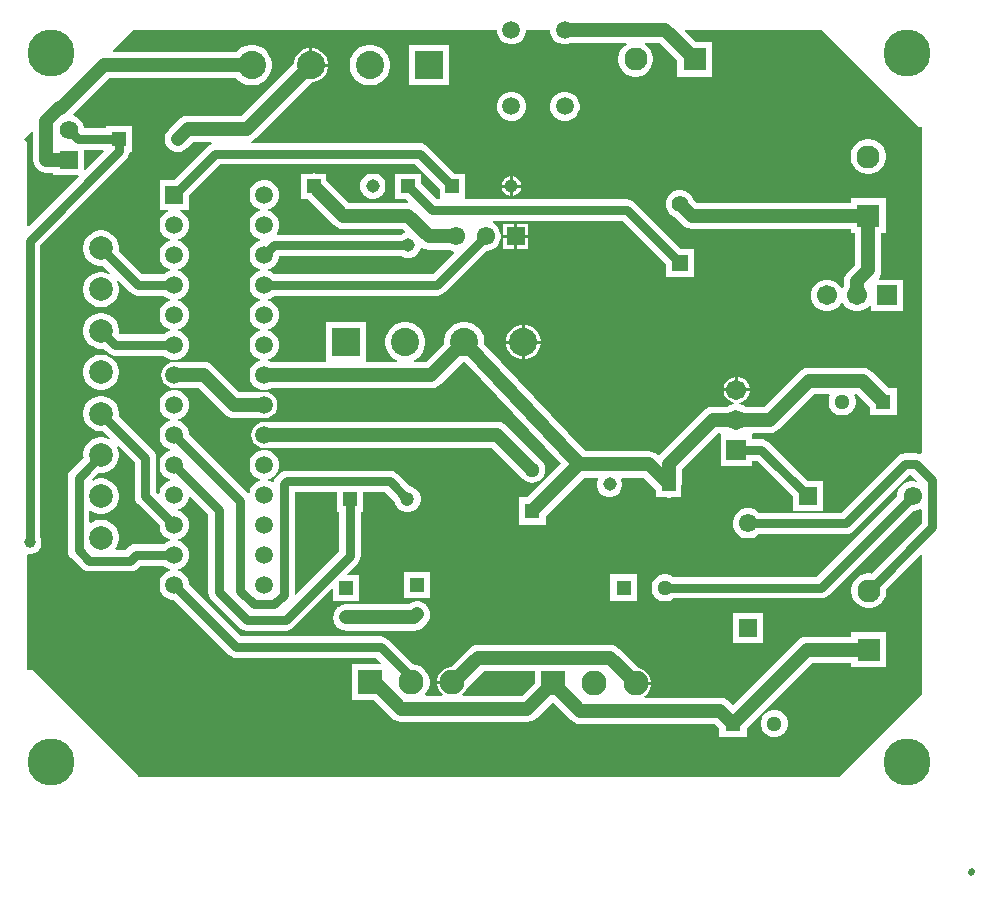
<source format=gbl>
G04*
G04 #@! TF.GenerationSoftware,Altium Limited,Altium Designer,22.4.2 (48)*
G04*
G04 Layer_Physical_Order=2*
G04 Layer_Color=16711680*
%FSLAX23Y23*%
%MOIN*%
G70*
G04*
G04 #@! TF.SameCoordinates,3F3D87A5-55CA-4D91-88C0-6D81586DF976*
G04*
G04*
G04 #@! TF.FilePolarity,Positive*
G04*
G01*
G75*
%ADD18R,0.045X0.045*%
%ADD19C,0.045*%
%ADD20R,0.051X0.051*%
%ADD21C,0.051*%
%ADD22R,0.061X0.061*%
%ADD23C,0.061*%
%ADD30R,0.051X0.051*%
%ADD33R,0.061X0.061*%
%ADD40R,0.055X0.055*%
%ADD41C,0.055*%
%ADD44R,0.045X0.045*%
%ADD46R,0.062X0.062*%
%ADD47C,0.062*%
%ADD48C,0.047*%
%ADD49R,0.047X0.047*%
%ADD52C,0.047*%
%ADD53C,0.031*%
%ADD54C,0.020*%
%ADD55C,0.094*%
%ADD56R,0.094X0.094*%
%ADD57C,0.059*%
%ADD58R,0.059X0.059*%
%ADD59C,0.083*%
%ADD60R,0.083X0.083*%
%ADD61R,0.047X0.047*%
%ADD62R,0.077X0.077*%
%ADD63C,0.077*%
%ADD64C,0.067*%
%ADD65R,0.067X0.067*%
%ADD66R,0.067X0.067*%
%ADD67R,0.077X0.077*%
%ADD68C,0.079*%
%ADD69C,0.157*%
%ADD70C,0.039*%
G36*
X3091Y2313D02*
X3100D01*
Y1226D01*
X3095Y1223D01*
X3089Y1225D01*
X3080Y1227D01*
X3045D01*
X3036Y1225D01*
X3027Y1222D01*
X3020Y1216D01*
X2831Y1027D01*
X2555D01*
X2551Y1032D01*
X2539Y1039D01*
X2526Y1042D01*
X2513D01*
X2500Y1039D01*
X2489Y1032D01*
X2480Y1023D01*
X2473Y1011D01*
X2469Y998D01*
Y985D01*
X2473Y972D01*
X2480Y961D01*
X2489Y952D01*
X2500Y945D01*
X2513Y942D01*
X2526D01*
X2539Y945D01*
X2551Y952D01*
X2555Y956D01*
X2846D01*
X2855Y957D01*
X2864Y961D01*
X2871Y966D01*
X3060Y1155D01*
X3065D01*
X3085Y1135D01*
X3082Y1131D01*
X3075Y1133D01*
X3062D01*
X3049Y1129D01*
X3038Y1123D01*
X3028Y1113D01*
X3022Y1102D01*
X3018Y1089D01*
Y1083D01*
X2749Y813D01*
X2272D01*
X2272Y814D01*
X2262Y820D01*
X2250Y823D01*
X2238D01*
X2227Y820D01*
X2216Y814D01*
X2208Y805D01*
X2202Y795D01*
X2199Y784D01*
Y772D01*
X2202Y760D01*
X2208Y750D01*
X2216Y741D01*
X2227Y735D01*
X2238Y732D01*
X2250D01*
X2262Y735D01*
X2272Y741D01*
X2272Y742D01*
X2763D01*
X2773Y743D01*
X2781Y747D01*
X2789Y752D01*
X3069Y1032D01*
X3075D01*
X3088Y1036D01*
X3095Y1040D01*
X3099Y1037D01*
Y994D01*
X2930Y825D01*
X2929Y826D01*
X2918D01*
X2906Y824D01*
X2896Y819D01*
X2886Y813D01*
X2878Y805D01*
X2872Y795D01*
X2867Y785D01*
X2865Y773D01*
Y762D01*
X2867Y751D01*
X2872Y740D01*
X2878Y731D01*
X2886Y723D01*
X2896Y716D01*
X2906Y712D01*
X2918Y710D01*
X2929D01*
X2940Y712D01*
X2951Y716D01*
X2960Y723D01*
X2968Y731D01*
X2975Y740D01*
X2979Y751D01*
X2981Y762D01*
Y773D01*
X2981Y775D01*
X3096Y890D01*
X3100Y888D01*
Y423D01*
X2825Y148D01*
X492D01*
X138Y502D01*
X118D01*
Y888D01*
X121Y890D01*
X131D01*
X141Y892D01*
X150Y897D01*
X157Y905D01*
X163Y914D01*
X165Y924D01*
Y934D01*
X163Y944D01*
X162Y946D01*
Y1920D01*
X449Y2207D01*
X454Y2214D01*
X458Y2223D01*
X459Y2231D01*
X466D01*
Y2316D01*
X381D01*
Y2309D01*
X306D01*
Y2311D01*
X303Y2323D01*
X296Y2335D01*
X287Y2344D01*
X275Y2351D01*
X274Y2352D01*
X272Y2356D01*
X392Y2476D01*
X815D01*
X823Y2468D01*
X834Y2460D01*
X847Y2455D01*
X860Y2453D01*
X873D01*
X886Y2455D01*
X898Y2460D01*
X909Y2468D01*
X918Y2477D01*
X925Y2488D01*
X930Y2500D01*
X933Y2513D01*
Y2526D01*
X930Y2539D01*
X925Y2551D01*
X918Y2562D01*
X909Y2572D01*
X898Y2579D01*
X886Y2584D01*
X873Y2587D01*
X860D01*
X847Y2584D01*
X834Y2579D01*
X823Y2572D01*
X815Y2563D01*
X405D01*
X403Y2568D01*
X472Y2638D01*
X1683D01*
Y2631D01*
X1686Y2619D01*
X1693Y2608D01*
X1702Y2598D01*
X1713Y2592D01*
X1726Y2589D01*
X1739D01*
X1751Y2592D01*
X1763Y2598D01*
X1772Y2608D01*
X1778Y2619D01*
X1781Y2631D01*
Y2638D01*
X1860D01*
Y2631D01*
X1864Y2619D01*
X1870Y2608D01*
X1879Y2598D01*
X1890Y2592D01*
X1903Y2589D01*
X1916D01*
X1928Y2592D01*
X1932Y2594D01*
X2114D01*
X2116Y2589D01*
X2109Y2584D01*
X2101Y2576D01*
X2094Y2567D01*
X2090Y2556D01*
X2088Y2545D01*
Y2534D01*
X2090Y2522D01*
X2094Y2512D01*
X2101Y2502D01*
X2109Y2494D01*
X2118Y2488D01*
X2129Y2484D01*
X2140Y2481D01*
X2151D01*
X2163Y2484D01*
X2173Y2488D01*
X2183Y2494D01*
X2191Y2502D01*
X2197Y2512D01*
X2202Y2522D01*
X2204Y2534D01*
Y2545D01*
X2202Y2556D01*
X2197Y2567D01*
X2191Y2576D01*
X2183Y2584D01*
X2176Y2589D01*
X2177Y2594D01*
X2226D01*
X2284Y2536D01*
Y2481D01*
X2401D01*
Y2597D01*
X2346D01*
X2310Y2633D01*
X2312Y2638D01*
X2766D01*
X3091Y2313D01*
D02*
G37*
G36*
X374Y2233D02*
X311Y2170D01*
X306Y2172D01*
Y2238D01*
X372D01*
X374Y2233D01*
D02*
G37*
G36*
X137Y2296D02*
Y2204D01*
X139Y2193D01*
X143Y2182D01*
X150Y2173D01*
X159Y2166D01*
X170Y2162D01*
X181Y2160D01*
X205D01*
Y2153D01*
X288D01*
X289Y2149D01*
X123Y1982D01*
X118Y1984D01*
Y2264D01*
X108Y2274D01*
X133Y2298D01*
X137Y2296D01*
D02*
G37*
%LPC*%
G36*
X1071Y2577D02*
X1068D01*
Y2525D01*
X1120D01*
Y2527D01*
X1116Y2542D01*
X1109Y2555D01*
X1098Y2565D01*
X1085Y2573D01*
X1071Y2577D01*
D02*
G37*
G36*
X1524Y2587D02*
X1390D01*
Y2453D01*
X1524D01*
Y2587D01*
D02*
G37*
G36*
X1266D02*
X1253D01*
X1240Y2584D01*
X1228Y2579D01*
X1217Y2572D01*
X1208Y2562D01*
X1201Y2551D01*
X1195Y2539D01*
X1193Y2526D01*
Y2513D01*
X1195Y2500D01*
X1201Y2488D01*
X1208Y2477D01*
X1217Y2468D01*
X1228Y2460D01*
X1240Y2455D01*
X1253Y2453D01*
X1266D01*
X1279Y2455D01*
X1292Y2460D01*
X1303Y2468D01*
X1312Y2477D01*
X1319Y2488D01*
X1324Y2500D01*
X1327Y2513D01*
Y2526D01*
X1324Y2539D01*
X1319Y2551D01*
X1312Y2562D01*
X1303Y2572D01*
X1292Y2579D01*
X1279Y2584D01*
X1266Y2587D01*
D02*
G37*
G36*
X1916Y2431D02*
X1903D01*
X1890Y2428D01*
X1879Y2421D01*
X1870Y2412D01*
X1864Y2401D01*
X1860Y2388D01*
Y2375D01*
X1864Y2363D01*
X1870Y2352D01*
X1879Y2343D01*
X1890Y2336D01*
X1903Y2333D01*
X1916D01*
X1928Y2336D01*
X1940Y2343D01*
X1949Y2352D01*
X1955Y2363D01*
X1959Y2375D01*
Y2388D01*
X1955Y2401D01*
X1949Y2412D01*
X1940Y2421D01*
X1928Y2428D01*
X1916Y2431D01*
D02*
G37*
G36*
X1739D02*
X1726D01*
X1713Y2428D01*
X1702Y2421D01*
X1693Y2412D01*
X1686Y2401D01*
X1683Y2388D01*
Y2375D01*
X1686Y2363D01*
X1693Y2352D01*
X1702Y2343D01*
X1713Y2336D01*
X1726Y2333D01*
X1739D01*
X1751Y2336D01*
X1763Y2343D01*
X1772Y2352D01*
X1778Y2363D01*
X1781Y2375D01*
Y2388D01*
X1778Y2401D01*
X1772Y2412D01*
X1763Y2421D01*
X1751Y2428D01*
X1739Y2431D01*
D02*
G37*
G36*
X2927Y2273D02*
X2916D01*
X2904Y2270D01*
X2894Y2266D01*
X2884Y2260D01*
X2876Y2252D01*
X2870Y2242D01*
X2865Y2232D01*
X2863Y2220D01*
Y2209D01*
X2865Y2198D01*
X2870Y2187D01*
X2876Y2178D01*
X2884Y2169D01*
X2894Y2163D01*
X2904Y2159D01*
X2916Y2156D01*
X2927D01*
X2938Y2159D01*
X2949Y2163D01*
X2958Y2169D01*
X2966Y2178D01*
X2973Y2187D01*
X2977Y2198D01*
X2979Y2209D01*
Y2220D01*
X2977Y2232D01*
X2973Y2242D01*
X2966Y2252D01*
X2958Y2260D01*
X2949Y2266D01*
X2938Y2270D01*
X2927Y2273D01*
D02*
G37*
G36*
X1737Y2149D02*
Y2121D01*
X1765D01*
X1763Y2129D01*
X1758Y2136D01*
X1752Y2142D01*
X1745Y2147D01*
X1737Y2149D01*
D02*
G37*
G36*
X1727D02*
X1720Y2147D01*
X1712Y2142D01*
X1706Y2136D01*
X1702Y2129D01*
X1700Y2121D01*
X1727D01*
Y2149D01*
D02*
G37*
G36*
X1765Y2111D02*
X1737D01*
Y2084D01*
X1745Y2086D01*
X1752Y2090D01*
X1758Y2096D01*
X1763Y2104D01*
X1765Y2111D01*
D02*
G37*
G36*
X1727D02*
X1700D01*
X1702Y2104D01*
X1706Y2096D01*
X1712Y2090D01*
X1720Y2086D01*
X1727Y2084D01*
Y2111D01*
D02*
G37*
G36*
X1275Y2158D02*
X1264D01*
X1253Y2156D01*
X1244Y2150D01*
X1236Y2142D01*
X1230Y2132D01*
X1227Y2122D01*
Y2111D01*
X1230Y2100D01*
X1236Y2090D01*
X1244Y2082D01*
X1253Y2077D01*
X1264Y2074D01*
X1275D01*
X1286Y2077D01*
X1296Y2082D01*
X1304Y2090D01*
X1309Y2100D01*
X1312Y2111D01*
Y2122D01*
X1309Y2132D01*
X1304Y2142D01*
X1296Y2150D01*
X1286Y2156D01*
X1275Y2158D01*
D02*
G37*
G36*
X1058Y2577D02*
X1055D01*
X1041Y2573D01*
X1028Y2565D01*
X1017Y2555D01*
X1010Y2542D01*
X1006Y2527D01*
Y2524D01*
X832Y2350D01*
X653D01*
X642Y2349D01*
X631Y2344D01*
X622Y2337D01*
X589Y2305D01*
X582Y2295D01*
X578Y2285D01*
X576Y2274D01*
X578Y2262D01*
X582Y2252D01*
X589Y2243D01*
X598Y2236D01*
X609Y2231D01*
X620Y2230D01*
X631Y2231D01*
X642Y2236D01*
X651Y2243D01*
X671Y2263D01*
X732D01*
X733Y2258D01*
X728Y2255D01*
X720Y2250D01*
X720Y2250D01*
X607Y2136D01*
X559D01*
Y2038D01*
X588D01*
X589Y2033D01*
X578Y2026D01*
X568Y2017D01*
X562Y2006D01*
X559Y1993D01*
Y1981D01*
X562Y1968D01*
X568Y1957D01*
X578Y1948D01*
X589Y1941D01*
X595Y1940D01*
Y1934D01*
X589Y1933D01*
X578Y1926D01*
X568Y1917D01*
X562Y1906D01*
X559Y1893D01*
Y1881D01*
X562Y1868D01*
X568Y1857D01*
X578Y1848D01*
X589Y1841D01*
X595Y1840D01*
Y1834D01*
X589Y1833D01*
X578Y1826D01*
X574Y1823D01*
X501D01*
X423Y1901D01*
X423Y1904D01*
Y1915D01*
X421Y1927D01*
X417Y1937D01*
X410Y1947D01*
X402Y1955D01*
X392Y1962D01*
X381Y1966D01*
X370Y1969D01*
X358D01*
X347Y1966D01*
X336Y1962D01*
X327Y1955D01*
X318Y1947D01*
X312Y1937D01*
X307Y1927D01*
X305Y1915D01*
Y1904D01*
X307Y1892D01*
X312Y1881D01*
X318Y1872D01*
X327Y1864D01*
X336Y1857D01*
X347Y1853D01*
X358Y1850D01*
X370D01*
X372Y1851D01*
X395Y1828D01*
X392Y1824D01*
X381Y1828D01*
X370Y1831D01*
X358D01*
X347Y1828D01*
X336Y1824D01*
X327Y1818D01*
X318Y1809D01*
X312Y1800D01*
X307Y1789D01*
X305Y1777D01*
Y1766D01*
X307Y1754D01*
X312Y1744D01*
X318Y1734D01*
X327Y1726D01*
X336Y1719D01*
X347Y1715D01*
X358Y1713D01*
X370D01*
X381Y1715D01*
X392Y1719D01*
X402Y1726D01*
X410Y1734D01*
X417Y1744D01*
X421Y1754D01*
X423Y1766D01*
Y1777D01*
X421Y1789D01*
X417Y1800D01*
X421Y1802D01*
X461Y1762D01*
X469Y1756D01*
X477Y1752D01*
X487Y1751D01*
X574D01*
X578Y1748D01*
X589Y1741D01*
X595Y1740D01*
Y1734D01*
X589Y1733D01*
X578Y1726D01*
X568Y1717D01*
X562Y1706D01*
X559Y1693D01*
Y1681D01*
X562Y1668D01*
X568Y1657D01*
X578Y1648D01*
X589Y1641D01*
X595Y1640D01*
Y1634D01*
X589Y1633D01*
X578Y1626D01*
X574Y1623D01*
X426D01*
X423Y1627D01*
X423Y1628D01*
Y1640D01*
X421Y1651D01*
X417Y1662D01*
X410Y1672D01*
X402Y1680D01*
X392Y1686D01*
X381Y1691D01*
X370Y1693D01*
X358D01*
X347Y1691D01*
X336Y1686D01*
X327Y1680D01*
X318Y1672D01*
X312Y1662D01*
X307Y1651D01*
X305Y1640D01*
Y1628D01*
X307Y1617D01*
X312Y1606D01*
X318Y1596D01*
X327Y1588D01*
X336Y1582D01*
X347Y1577D01*
X358Y1575D01*
X370D01*
X372Y1575D01*
X386Y1562D01*
X393Y1556D01*
X402Y1552D01*
X411Y1551D01*
X574D01*
X578Y1548D01*
X589Y1541D01*
X601Y1538D01*
X614D01*
X627Y1541D01*
X638Y1548D01*
X647Y1557D01*
X654Y1568D01*
X657Y1581D01*
Y1593D01*
X654Y1606D01*
X647Y1617D01*
X638Y1626D01*
X627Y1633D01*
X621Y1634D01*
Y1640D01*
X627Y1641D01*
X638Y1648D01*
X647Y1657D01*
X654Y1668D01*
X657Y1681D01*
Y1693D01*
X654Y1706D01*
X647Y1717D01*
X638Y1726D01*
X627Y1733D01*
X621Y1734D01*
Y1740D01*
X627Y1741D01*
X638Y1748D01*
X647Y1757D01*
X654Y1768D01*
X657Y1781D01*
Y1793D01*
X654Y1806D01*
X647Y1817D01*
X638Y1826D01*
X627Y1833D01*
X621Y1834D01*
Y1840D01*
X627Y1841D01*
X638Y1848D01*
X647Y1857D01*
X654Y1868D01*
X657Y1881D01*
Y1893D01*
X654Y1906D01*
X647Y1917D01*
X638Y1926D01*
X627Y1933D01*
X621Y1934D01*
Y1940D01*
X627Y1941D01*
X638Y1948D01*
X647Y1957D01*
X654Y1968D01*
X657Y1981D01*
Y1993D01*
X654Y2006D01*
X647Y2017D01*
X638Y2026D01*
X627Y2033D01*
X628Y2038D01*
X657D01*
Y2086D01*
X760Y2189D01*
X1412D01*
X1493Y2108D01*
X1493Y2074D01*
X1489Y2072D01*
X1483D01*
X1430Y2124D01*
Y2158D01*
X1345D01*
Y2074D01*
X1380D01*
X1388Y2066D01*
X1386Y2061D01*
X1190D01*
X1115Y2136D01*
Y2158D01*
X1083D01*
X1073Y2160D01*
X1063Y2158D01*
X1031D01*
Y2126D01*
X1029Y2116D01*
X1031Y2106D01*
Y2074D01*
X1053D01*
X1141Y1986D01*
X1150Y1979D01*
X1161Y1975D01*
X1172Y1973D01*
X1370D01*
X1378Y1965D01*
X1377Y1960D01*
X1371Y1959D01*
X1365Y1955D01*
X952D01*
X949Y1960D01*
X954Y1968D01*
X957Y1981D01*
Y1993D01*
X954Y2006D01*
X947Y2017D01*
X938Y2026D01*
X927Y2033D01*
X921Y2034D01*
Y2040D01*
X927Y2041D01*
X938Y2048D01*
X947Y2057D01*
X954Y2068D01*
X957Y2081D01*
Y2093D01*
X954Y2106D01*
X947Y2117D01*
X938Y2126D01*
X927Y2133D01*
X914Y2136D01*
X901D01*
X889Y2133D01*
X878Y2126D01*
X868Y2117D01*
X862Y2106D01*
X859Y2093D01*
Y2081D01*
X862Y2068D01*
X868Y2057D01*
X878Y2048D01*
X889Y2041D01*
X895Y2040D01*
Y2034D01*
X889Y2033D01*
X878Y2026D01*
X868Y2017D01*
X862Y2006D01*
X859Y1993D01*
Y1981D01*
X862Y1968D01*
X868Y1957D01*
X878Y1948D01*
X889Y1941D01*
X895Y1940D01*
Y1934D01*
X889Y1933D01*
X878Y1926D01*
X868Y1917D01*
X862Y1906D01*
X859Y1893D01*
Y1881D01*
X862Y1868D01*
X868Y1857D01*
X878Y1848D01*
X889Y1841D01*
X895Y1840D01*
Y1834D01*
X889Y1833D01*
X878Y1826D01*
X868Y1817D01*
X862Y1806D01*
X859Y1793D01*
Y1781D01*
X862Y1768D01*
X868Y1757D01*
X878Y1748D01*
X889Y1741D01*
X895Y1740D01*
Y1734D01*
X889Y1733D01*
X878Y1726D01*
X868Y1717D01*
X862Y1706D01*
X859Y1693D01*
Y1681D01*
X862Y1668D01*
X868Y1657D01*
X878Y1648D01*
X889Y1641D01*
X895Y1640D01*
Y1634D01*
X889Y1633D01*
X878Y1626D01*
X868Y1617D01*
X862Y1606D01*
X859Y1593D01*
Y1581D01*
X862Y1568D01*
X868Y1557D01*
X878Y1548D01*
X889Y1541D01*
X895Y1540D01*
Y1534D01*
X889Y1533D01*
X878Y1526D01*
X868Y1517D01*
X862Y1506D01*
X859Y1493D01*
Y1481D01*
X862Y1468D01*
X868Y1457D01*
X878Y1448D01*
X889Y1441D01*
X901Y1438D01*
X914D01*
X927Y1441D01*
X931Y1443D01*
X1465D01*
X1477Y1445D01*
X1487Y1449D01*
X1496Y1456D01*
X1570Y1530D01*
X1578D01*
X1896Y1190D01*
X1785Y1079D01*
X1756D01*
Y988D01*
X1846D01*
Y1017D01*
X1975Y1145D01*
X2019D01*
X2021Y1141D01*
X2020Y1138D01*
X2017Y1128D01*
Y1116D01*
X2020Y1106D01*
X2025Y1096D01*
X2033Y1088D01*
X2043Y1083D01*
X2053Y1080D01*
X2065D01*
X2075Y1083D01*
X2085Y1088D01*
X2093Y1096D01*
X2098Y1106D01*
X2101Y1116D01*
Y1128D01*
X2098Y1138D01*
X2097Y1141D01*
X2100Y1145D01*
X2171D01*
X2214Y1103D01*
Y1080D01*
X2246D01*
X2256Y1078D01*
X2266Y1080D01*
X2298D01*
Y1112D01*
X2300Y1122D01*
Y1172D01*
X2421Y1293D01*
X2425D01*
X2429Y1290D01*
Y1184D01*
X2535D01*
Y1201D01*
X2550D01*
X2669Y1082D01*
Y1032D01*
X2769D01*
Y1133D01*
X2719D01*
X2590Y1262D01*
X2582Y1268D01*
X2574Y1272D01*
X2565Y1273D01*
X2535D01*
Y1290D01*
X2539Y1293D01*
X2593D01*
X2604Y1295D01*
X2615Y1299D01*
X2624Y1306D01*
X2741Y1423D01*
X2792D01*
X2795Y1419D01*
X2792Y1415D01*
X2789Y1404D01*
Y1392D01*
X2792Y1380D01*
X2798Y1370D01*
X2807Y1361D01*
X2817Y1355D01*
X2829Y1352D01*
X2841D01*
X2852Y1355D01*
X2862Y1361D01*
X2871Y1370D01*
X2877Y1380D01*
X2880Y1392D01*
Y1404D01*
X2877Y1415D01*
X2875Y1419D01*
X2877Y1423D01*
X2885D01*
X2927Y1381D01*
Y1352D01*
X3018D01*
Y1443D01*
X2989D01*
X2934Y1498D01*
X2925Y1505D01*
X2914Y1509D01*
X2903Y1511D01*
X2723D01*
X2712Y1509D01*
X2701Y1505D01*
X2692Y1498D01*
X2575Y1381D01*
X2513D01*
X2503Y1387D01*
X2492Y1389D01*
Y1395D01*
X2499Y1397D01*
X2509Y1402D01*
X2517Y1410D01*
X2523Y1420D01*
X2526Y1431D01*
Y1432D01*
X2482D01*
X2439D01*
Y1431D01*
X2442Y1420D01*
X2448Y1410D01*
X2456Y1402D01*
X2466Y1397D01*
X2473Y1395D01*
Y1389D01*
X2462Y1387D01*
X2452Y1381D01*
X2403D01*
X2392Y1379D01*
X2381Y1375D01*
X2372Y1368D01*
X2225Y1221D01*
X2225Y1221D01*
X2220Y1220D01*
X2211Y1227D01*
X2200Y1231D01*
X2189Y1233D01*
X1976D01*
X1642Y1589D01*
X1642Y1590D01*
Y1603D01*
X1639Y1616D01*
X1634Y1628D01*
X1627Y1639D01*
X1617Y1648D01*
X1607Y1656D01*
X1594Y1661D01*
X1581Y1663D01*
X1568D01*
X1555Y1661D01*
X1543Y1656D01*
X1532Y1648D01*
X1523Y1639D01*
X1515Y1628D01*
X1510Y1616D01*
X1508Y1603D01*
Y1591D01*
X1447Y1531D01*
X1407D01*
X1406Y1536D01*
X1410Y1537D01*
X1421Y1544D01*
X1430Y1554D01*
X1437Y1565D01*
X1442Y1577D01*
X1445Y1590D01*
Y1603D01*
X1442Y1616D01*
X1437Y1628D01*
X1430Y1639D01*
X1421Y1648D01*
X1410Y1656D01*
X1397Y1661D01*
X1385Y1663D01*
X1371D01*
X1358Y1661D01*
X1346Y1656D01*
X1335Y1648D01*
X1326Y1639D01*
X1319Y1628D01*
X1314Y1616D01*
X1311Y1603D01*
Y1590D01*
X1314Y1577D01*
X1319Y1565D01*
X1326Y1554D01*
X1335Y1544D01*
X1346Y1537D01*
X1350Y1536D01*
X1349Y1531D01*
X1248D01*
Y1663D01*
X1114D01*
Y1531D01*
X931D01*
X927Y1533D01*
X921Y1534D01*
Y1540D01*
X927Y1541D01*
X938Y1548D01*
X947Y1557D01*
X954Y1568D01*
X957Y1581D01*
Y1593D01*
X954Y1606D01*
X947Y1617D01*
X938Y1626D01*
X927Y1633D01*
X921Y1634D01*
Y1640D01*
X927Y1641D01*
X938Y1648D01*
X947Y1657D01*
X954Y1668D01*
X957Y1681D01*
Y1693D01*
X954Y1706D01*
X947Y1717D01*
X938Y1726D01*
X927Y1733D01*
X921Y1734D01*
Y1740D01*
X927Y1741D01*
X938Y1748D01*
X942Y1751D01*
X1484D01*
X1493Y1752D01*
X1502Y1756D01*
X1509Y1762D01*
X1646Y1899D01*
X1652D01*
X1665Y1902D01*
X1676Y1909D01*
X1686Y1918D01*
X1692Y1929D01*
X1696Y1942D01*
Y1955D01*
X1692Y1968D01*
X1686Y1980D01*
X1676Y1989D01*
X1670Y1993D01*
X1669Y1999D01*
X1669Y2000D01*
X2103D01*
X2246Y1857D01*
Y1813D01*
X2341D01*
Y1907D01*
X2297D01*
X2143Y2061D01*
X2135Y2067D01*
X2127Y2070D01*
X2118Y2072D01*
X1582D01*
X1578Y2074D01*
X1578Y2077D01*
Y2158D01*
X1544D01*
X1452Y2250D01*
X1445Y2255D01*
X1436Y2259D01*
X1427Y2260D01*
X865D01*
X864Y2265D01*
X872Y2269D01*
X881Y2276D01*
X1068Y2462D01*
X1071D01*
X1085Y2466D01*
X1098Y2474D01*
X1109Y2485D01*
X1116Y2498D01*
X1120Y2512D01*
Y2515D01*
X1063D01*
Y2520D01*
X1058D01*
Y2577D01*
D02*
G37*
G36*
X1786Y1989D02*
X1751D01*
Y1954D01*
X1786D01*
Y1989D01*
D02*
G37*
G36*
X1741D02*
X1705D01*
Y1954D01*
X1741D01*
Y1989D01*
D02*
G37*
G36*
X1786Y1944D02*
X1751D01*
Y1908D01*
X1786D01*
Y1944D01*
D02*
G37*
G36*
X1741D02*
X1705D01*
Y1908D01*
X1741D01*
Y1944D01*
D02*
G37*
G36*
X2300Y2104D02*
X2287D01*
X2275Y2101D01*
X2264Y2095D01*
X2256Y2086D01*
X2249Y2075D01*
X2246Y2063D01*
Y2051D01*
X2249Y2039D01*
X2256Y2028D01*
X2264Y2019D01*
X2275Y2013D01*
X2276Y2013D01*
X2302Y1987D01*
X2311Y1980D01*
X2321Y1976D01*
X2333Y1974D01*
X2863D01*
Y1960D01*
X2878D01*
Y1854D01*
X2853Y1830D01*
X2846Y1821D01*
X2842Y1810D01*
X2840Y1799D01*
Y1783D01*
X2837Y1777D01*
X2831D01*
X2826Y1785D01*
X2816Y1794D01*
X2804Y1801D01*
X2791Y1805D01*
X2777D01*
X2763Y1801D01*
X2751Y1794D01*
X2741Y1785D01*
X2734Y1772D01*
X2731Y1759D01*
Y1745D01*
X2734Y1731D01*
X2741Y1719D01*
X2751Y1709D01*
X2763Y1702D01*
X2777Y1699D01*
X2791D01*
X2804Y1702D01*
X2816Y1709D01*
X2826Y1719D01*
X2831Y1727D01*
X2837D01*
X2841Y1719D01*
X2851Y1709D01*
X2863Y1702D01*
X2877Y1699D01*
X2891D01*
X2904Y1702D01*
X2916Y1709D01*
X2926Y1719D01*
X2931Y1718D01*
Y1699D01*
X3037D01*
Y1805D01*
X2958D01*
X2956Y1810D01*
X2959Y1814D01*
X2963Y1825D01*
X2965Y1836D01*
Y1960D01*
X2979D01*
Y2076D01*
X2863D01*
Y2061D01*
X2351D01*
X2338Y2075D01*
X2337Y2075D01*
X2331Y2086D01*
X2322Y2095D01*
X2312Y2101D01*
X2300Y2104D01*
D02*
G37*
G36*
X1779Y1654D02*
X1777D01*
Y1601D01*
X1829D01*
Y1604D01*
X1825Y1619D01*
X1817Y1632D01*
X1807Y1642D01*
X1794Y1650D01*
X1779Y1654D01*
D02*
G37*
G36*
X1767D02*
X1764D01*
X1750Y1650D01*
X1737Y1642D01*
X1726Y1632D01*
X1718Y1619D01*
X1714Y1604D01*
Y1601D01*
X1767D01*
Y1654D01*
D02*
G37*
G36*
X1829Y1591D02*
X1777D01*
Y1539D01*
X1779D01*
X1794Y1543D01*
X1807Y1551D01*
X1817Y1561D01*
X1825Y1574D01*
X1829Y1589D01*
Y1591D01*
D02*
G37*
G36*
X1767D02*
X1714D01*
Y1589D01*
X1718Y1574D01*
X1726Y1561D01*
X1737Y1551D01*
X1750Y1543D01*
X1764Y1539D01*
X1767D01*
Y1591D01*
D02*
G37*
G36*
X2488Y1480D02*
X2487D01*
Y1442D01*
X2526D01*
Y1443D01*
X2523Y1454D01*
X2517Y1464D01*
X2509Y1472D01*
X2499Y1478D01*
X2488Y1480D01*
D02*
G37*
G36*
X2477D02*
X2477D01*
X2466Y1478D01*
X2456Y1472D01*
X2448Y1464D01*
X2442Y1454D01*
X2439Y1443D01*
Y1442D01*
X2477D01*
Y1480D01*
D02*
G37*
G36*
X370Y1555D02*
X358D01*
X347Y1553D01*
X336Y1548D01*
X327Y1542D01*
X318Y1534D01*
X312Y1524D01*
X307Y1513D01*
X305Y1502D01*
Y1490D01*
X307Y1479D01*
X312Y1468D01*
X318Y1458D01*
X327Y1450D01*
X336Y1444D01*
X347Y1439D01*
X358Y1437D01*
X370D01*
X381Y1439D01*
X392Y1444D01*
X402Y1450D01*
X410Y1458D01*
X417Y1468D01*
X421Y1479D01*
X423Y1490D01*
Y1502D01*
X421Y1513D01*
X417Y1524D01*
X410Y1534D01*
X402Y1542D01*
X392Y1548D01*
X381Y1553D01*
X370Y1555D01*
D02*
G37*
G36*
X707Y1531D02*
X608D01*
X597Y1529D01*
X586Y1525D01*
X577Y1518D01*
X570Y1509D01*
X566Y1498D01*
X564Y1487D01*
X566Y1476D01*
X570Y1465D01*
X577Y1456D01*
X586Y1449D01*
X597Y1445D01*
X608Y1443D01*
X689D01*
X776Y1356D01*
X785Y1349D01*
X796Y1345D01*
X807Y1343D01*
X908D01*
X919Y1345D01*
X930Y1349D01*
X939Y1356D01*
X946Y1365D01*
X950Y1376D01*
X952Y1387D01*
X950Y1398D01*
X946Y1409D01*
X939Y1418D01*
X930Y1425D01*
X919Y1429D01*
X908Y1431D01*
X825D01*
X738Y1518D01*
X729Y1525D01*
X718Y1529D01*
X707Y1531D01*
D02*
G37*
G36*
X1685Y1331D02*
X908D01*
X897Y1329D01*
X886Y1325D01*
X877Y1318D01*
X870Y1309D01*
X866Y1298D01*
X864Y1287D01*
X866Y1276D01*
X870Y1265D01*
X877Y1256D01*
X886Y1249D01*
X897Y1245D01*
X908Y1243D01*
X1667D01*
X1770Y1140D01*
X1779Y1133D01*
X1790Y1129D01*
X1801Y1128D01*
X1812Y1129D01*
X1823Y1133D01*
X1832Y1140D01*
X1839Y1149D01*
X1843Y1160D01*
X1845Y1171D01*
X1843Y1183D01*
X1839Y1193D01*
X1832Y1202D01*
X1716Y1318D01*
X1707Y1325D01*
X1697Y1329D01*
X1685Y1331D01*
D02*
G37*
G36*
X614Y1436D02*
X601D01*
X589Y1433D01*
X578Y1426D01*
X568Y1417D01*
X562Y1406D01*
X559Y1393D01*
Y1381D01*
X562Y1368D01*
X568Y1357D01*
X578Y1348D01*
X589Y1341D01*
X595Y1340D01*
Y1334D01*
X589Y1333D01*
X578Y1326D01*
X568Y1317D01*
X562Y1306D01*
X559Y1293D01*
Y1281D01*
X562Y1268D01*
X568Y1257D01*
X578Y1248D01*
X589Y1241D01*
X595Y1240D01*
Y1234D01*
X589Y1233D01*
X578Y1226D01*
X568Y1217D01*
X562Y1206D01*
X559Y1193D01*
Y1181D01*
X562Y1168D01*
X568Y1157D01*
X578Y1148D01*
X589Y1141D01*
X595Y1140D01*
Y1134D01*
X589Y1133D01*
X578Y1126D01*
X568Y1117D01*
X562Y1106D01*
X559Y1094D01*
X556Y1092D01*
X554Y1091D01*
X548Y1098D01*
Y1211D01*
X546Y1220D01*
X543Y1228D01*
X537Y1236D01*
X423Y1350D01*
X423Y1352D01*
Y1364D01*
X421Y1375D01*
X417Y1386D01*
X410Y1396D01*
X402Y1404D01*
X392Y1411D01*
X381Y1415D01*
X370Y1417D01*
X358D01*
X347Y1415D01*
X336Y1411D01*
X327Y1404D01*
X318Y1396D01*
X312Y1386D01*
X307Y1375D01*
X305Y1364D01*
Y1352D01*
X307Y1341D01*
X312Y1330D01*
X318Y1321D01*
X327Y1312D01*
X336Y1306D01*
X347Y1301D01*
X358Y1299D01*
X370D01*
X372Y1300D01*
X395Y1277D01*
X392Y1273D01*
X381Y1277D01*
X370Y1280D01*
X358D01*
X347Y1277D01*
X336Y1273D01*
X327Y1266D01*
X318Y1258D01*
X312Y1248D01*
X307Y1238D01*
X305Y1226D01*
Y1215D01*
X306Y1212D01*
X264Y1170D01*
X258Y1163D01*
X254Y1154D01*
X253Y1145D01*
Y903D01*
X254Y894D01*
X258Y885D01*
X264Y878D01*
X299Y843D01*
X306Y837D01*
X315Y833D01*
X324Y832D01*
X324Y832D01*
X461D01*
X470Y833D01*
X479Y837D01*
X486Y843D01*
X495Y851D01*
X574D01*
X578Y848D01*
X589Y841D01*
X595Y840D01*
Y834D01*
X589Y833D01*
X578Y826D01*
X568Y817D01*
X562Y806D01*
X559Y793D01*
Y781D01*
X562Y768D01*
X568Y757D01*
X578Y748D01*
X589Y741D01*
X601Y738D01*
X607D01*
X790Y555D01*
X797Y549D01*
X806Y545D01*
X815Y544D01*
X1281D01*
X1297Y528D01*
X1295Y524D01*
X1199D01*
Y402D01*
X1275D01*
X1333Y343D01*
X1342Y336D01*
X1353Y332D01*
X1364Y330D01*
X1785D01*
X1797Y332D01*
X1807Y336D01*
X1816Y343D01*
X1870Y397D01*
X1931Y336D01*
X1940Y330D01*
X1950Y325D01*
X1961Y324D01*
X2410D01*
X2425Y308D01*
Y280D01*
X2516D01*
Y308D01*
X2735Y527D01*
X2865D01*
Y513D01*
X2981D01*
Y629D01*
X2865D01*
Y615D01*
X2717D01*
X2705Y613D01*
X2695Y609D01*
X2686Y602D01*
X2470Y387D01*
X2459Y398D01*
X2450Y405D01*
X2439Y410D01*
X2428Y411D01*
X2176D01*
X2174Y416D01*
X2177Y418D01*
X2187Y427D01*
X2194Y439D01*
X2197Y452D01*
Y454D01*
X2146D01*
Y464D01*
X2197D01*
Y465D01*
X2194Y478D01*
X2187Y490D01*
X2177Y500D01*
X2165Y507D01*
X2157Y509D01*
X2091Y575D01*
X2082Y582D01*
X2072Y586D01*
X2060Y588D01*
X1621D01*
X1609Y586D01*
X1599Y582D01*
X1590Y575D01*
X1529Y514D01*
X1529D01*
X1516Y510D01*
X1504Y504D01*
X1494Y494D01*
X1488Y482D01*
X1484Y469D01*
Y468D01*
X1535D01*
Y458D01*
X1484D01*
Y456D01*
X1488Y443D01*
X1494Y431D01*
X1503Y423D01*
X1501Y418D01*
X1446D01*
X1444Y422D01*
X1445Y424D01*
X1452Y434D01*
X1456Y445D01*
X1459Y457D01*
Y469D01*
X1456Y480D01*
X1452Y492D01*
X1445Y501D01*
X1437Y510D01*
X1427Y517D01*
X1415Y521D01*
X1404Y524D01*
X1403D01*
X1321Y605D01*
X1314Y611D01*
X1305Y614D01*
X1296Y616D01*
X830D01*
X657Y788D01*
Y793D01*
X654Y806D01*
X647Y817D01*
X638Y826D01*
X627Y833D01*
X621Y834D01*
Y840D01*
X627Y841D01*
X638Y848D01*
X647Y857D01*
X654Y868D01*
X657Y881D01*
Y893D01*
X654Y906D01*
X647Y917D01*
X638Y926D01*
X627Y933D01*
X621Y934D01*
Y940D01*
X627Y941D01*
X638Y948D01*
X647Y957D01*
X654Y968D01*
X657Y981D01*
Y993D01*
X654Y1006D01*
X647Y1017D01*
X638Y1026D01*
X627Y1033D01*
X621Y1034D01*
Y1040D01*
X627Y1041D01*
X638Y1048D01*
X647Y1057D01*
X654Y1068D01*
X657Y1080D01*
X659Y1082D01*
X662Y1083D01*
X722Y1022D01*
Y762D01*
X723Y753D01*
X727Y744D01*
X733Y736D01*
X824Y646D01*
X824Y646D01*
X831Y640D01*
X840Y636D01*
X849Y635D01*
X849Y635D01*
X980D01*
X989Y636D01*
X998Y640D01*
X1005Y646D01*
X1133Y774D01*
X1138Y772D01*
Y734D01*
X1224D01*
Y821D01*
X1187D01*
X1185Y825D01*
X1219Y859D01*
X1224Y866D01*
X1228Y875D01*
X1229Y884D01*
Y1030D01*
X1237D01*
Y1096D01*
X1312D01*
X1343Y1065D01*
X1345Y1056D01*
X1351Y1046D01*
X1359Y1038D01*
X1369Y1032D01*
X1380Y1030D01*
X1391D01*
X1402Y1032D01*
X1412Y1038D01*
X1420Y1046D01*
X1426Y1056D01*
X1429Y1067D01*
Y1079D01*
X1426Y1090D01*
X1420Y1099D01*
X1412Y1107D01*
X1402Y1113D01*
X1393Y1116D01*
X1352Y1157D01*
X1344Y1163D01*
X1336Y1166D01*
X1326Y1168D01*
X983D01*
X974Y1166D01*
X965Y1163D01*
X958Y1157D01*
X948Y1147D01*
X942Y1140D01*
X939Y1132D01*
X937Y1130D01*
X934Y1129D01*
X927Y1133D01*
X921Y1134D01*
Y1140D01*
X927Y1141D01*
X938Y1148D01*
X947Y1157D01*
X954Y1168D01*
X957Y1181D01*
Y1193D01*
X954Y1206D01*
X947Y1217D01*
X938Y1226D01*
X927Y1233D01*
X914Y1236D01*
X901D01*
X889Y1233D01*
X878Y1226D01*
X868Y1217D01*
X862Y1206D01*
X859Y1193D01*
Y1181D01*
X862Y1168D01*
X868Y1157D01*
X878Y1148D01*
X889Y1141D01*
X895Y1140D01*
Y1134D01*
X889Y1133D01*
X878Y1126D01*
X868Y1117D01*
X862Y1106D01*
X859Y1093D01*
Y1093D01*
X854Y1091D01*
X853Y1092D01*
X657Y1288D01*
Y1293D01*
X654Y1306D01*
X647Y1317D01*
X638Y1326D01*
X627Y1333D01*
X621Y1334D01*
Y1340D01*
X627Y1341D01*
X638Y1348D01*
X647Y1357D01*
X654Y1368D01*
X657Y1381D01*
Y1393D01*
X654Y1406D01*
X647Y1417D01*
X638Y1426D01*
X627Y1433D01*
X614Y1436D01*
D02*
G37*
G36*
X1461Y831D02*
X1374D01*
Y744D01*
X1461D01*
Y831D01*
D02*
G37*
G36*
X2152Y823D02*
X2061D01*
Y732D01*
X2152D01*
Y823D01*
D02*
G37*
G36*
X1417Y733D02*
X1414Y732D01*
X1412D01*
X1409Y732D01*
X1406Y731D01*
X1403Y730D01*
X1401Y729D01*
X1398Y728D01*
X1395Y727D01*
X1393Y725D01*
X1391Y724D01*
X1390Y723D01*
X1181D01*
X1178Y722D01*
X1175D01*
X1173Y722D01*
X1170Y721D01*
X1167Y720D01*
X1164Y719D01*
X1162Y718D01*
X1159Y717D01*
X1157Y715D01*
X1155Y714D01*
X1152Y712D01*
X1150Y710D01*
X1148Y708D01*
X1146Y706D01*
X1145Y703D01*
X1143Y701D01*
X1142Y698D01*
X1141Y696D01*
X1140Y693D01*
X1139Y690D01*
X1139Y688D01*
X1138Y685D01*
Y682D01*
X1137Y679D01*
X1138Y676D01*
Y673D01*
X1139Y671D01*
X1139Y668D01*
X1140Y665D01*
X1141Y662D01*
X1142Y660D01*
X1143Y657D01*
X1145Y655D01*
X1146Y653D01*
X1148Y651D01*
X1150Y648D01*
X1152Y647D01*
X1155Y644D01*
X1157Y643D01*
X1159Y641D01*
X1162Y640D01*
X1164Y639D01*
X1167Y638D01*
X1170Y637D01*
X1173Y637D01*
X1175Y636D01*
X1178D01*
X1181Y635D01*
X1407D01*
X1419Y637D01*
X1429Y641D01*
X1438Y648D01*
X1448Y658D01*
X1450Y660D01*
X1452Y662D01*
X1453Y665D01*
X1455Y667D01*
X1456Y670D01*
X1458Y672D01*
X1458Y675D01*
X1460Y678D01*
X1460Y681D01*
X1461Y683D01*
Y686D01*
X1461Y689D01*
X1461Y692D01*
Y695D01*
X1460Y697D01*
X1460Y700D01*
X1458Y703D01*
X1458Y706D01*
X1456Y708D01*
X1455Y711D01*
X1453Y713D01*
X1452Y716D01*
X1450Y718D01*
X1448Y720D01*
X1446Y722D01*
X1444Y724D01*
X1441Y725D01*
X1439Y727D01*
X1437Y728D01*
X1434Y729D01*
X1431Y730D01*
X1429Y731D01*
X1426Y732D01*
X1423Y732D01*
X1420D01*
X1417Y733D01*
D02*
G37*
G36*
X2570Y692D02*
X2469D01*
Y592D01*
X2570D01*
Y692D01*
D02*
G37*
G36*
X2614Y370D02*
X2602D01*
X2591Y367D01*
X2580Y361D01*
X2572Y353D01*
X2566Y342D01*
X2563Y331D01*
Y319D01*
X2566Y307D01*
X2572Y297D01*
X2580Y289D01*
X2591Y283D01*
X2602Y280D01*
X2614D01*
X2626Y283D01*
X2636Y289D01*
X2644Y297D01*
X2650Y307D01*
X2654Y319D01*
Y331D01*
X2650Y342D01*
X2644Y353D01*
X2636Y361D01*
X2626Y367D01*
X2614Y370D01*
D02*
G37*
%LPD*%
G36*
X1435Y1911D02*
X1445Y1907D01*
X1456Y1905D01*
X1521D01*
X1526Y1902D01*
X1538Y1899D01*
X1540Y1894D01*
X1469Y1823D01*
X942D01*
X938Y1826D01*
X927Y1833D01*
X921Y1834D01*
Y1840D01*
X927Y1841D01*
X938Y1848D01*
X947Y1857D01*
X954Y1868D01*
X957Y1881D01*
Y1884D01*
X1365D01*
X1371Y1880D01*
X1382Y1877D01*
X1393D01*
X1404Y1880D01*
X1414Y1885D01*
X1422Y1893D01*
X1427Y1903D01*
X1429Y1909D01*
X1434Y1911D01*
X1435Y1911D01*
D02*
G37*
G36*
X476Y1196D02*
Y1083D01*
X477Y1074D01*
X481Y1065D01*
X487Y1058D01*
X559Y986D01*
Y981D01*
X562Y968D01*
X568Y957D01*
X578Y948D01*
X589Y941D01*
X595Y940D01*
Y934D01*
X589Y933D01*
X578Y926D01*
X574Y923D01*
X480D01*
X480Y923D01*
X471Y922D01*
X462Y918D01*
X455Y912D01*
X455Y912D01*
X446Y904D01*
X413D01*
X411Y909D01*
X417Y917D01*
X421Y928D01*
X423Y939D01*
Y951D01*
X421Y962D01*
X417Y973D01*
X410Y983D01*
X402Y991D01*
X392Y997D01*
X381Y1002D01*
X370Y1004D01*
X358D01*
X347Y1002D01*
X336Y997D01*
X330Y993D01*
X325Y996D01*
Y1032D01*
X330Y1035D01*
X336Y1030D01*
X347Y1026D01*
X358Y1024D01*
X370D01*
X381Y1026D01*
X392Y1030D01*
X402Y1037D01*
X410Y1045D01*
X417Y1055D01*
X421Y1065D01*
X423Y1077D01*
Y1088D01*
X421Y1100D01*
X417Y1111D01*
X410Y1120D01*
X402Y1129D01*
X392Y1135D01*
X381Y1139D01*
X370Y1142D01*
X358D01*
X347Y1139D01*
X336Y1135D01*
X333Y1139D01*
X356Y1162D01*
X358Y1161D01*
X370D01*
X381Y1164D01*
X392Y1168D01*
X402Y1175D01*
X410Y1183D01*
X417Y1192D01*
X421Y1203D01*
X423Y1215D01*
Y1226D01*
X421Y1238D01*
X417Y1248D01*
X421Y1251D01*
X476Y1196D01*
D02*
G37*
G36*
X1150Y1030D02*
X1158D01*
Y899D01*
X1014Y755D01*
X1009Y757D01*
Y1096D01*
X1150D01*
Y1030D01*
D02*
G37*
G36*
X1809Y459D02*
X1767Y418D01*
X1570D01*
X1568Y423D01*
X1577Y431D01*
X1583Y443D01*
X1584Y445D01*
X1639Y500D01*
X1809D01*
Y459D01*
D02*
G37*
D18*
X2256Y1122D02*
D03*
X1073Y2116D02*
D03*
X1535D02*
D03*
X423Y2274D02*
D03*
D19*
X2059Y1122D02*
D03*
X1270Y2116D02*
D03*
X1732D02*
D03*
X1388Y1919D02*
D03*
X620Y2274D02*
D03*
D20*
X2470Y325D02*
D03*
X2106Y778D02*
D03*
X2972Y1398D02*
D03*
D21*
X2608Y325D02*
D03*
X2244Y778D02*
D03*
X1801Y1171D02*
D03*
X2835Y1398D02*
D03*
D22*
X2719Y1083D02*
D03*
X1746Y1949D02*
D03*
D23*
X3069Y1083D02*
D03*
X2520Y992D02*
D03*
X1646Y1949D02*
D03*
X1546D02*
D03*
D30*
X1801Y1033D02*
D03*
D33*
X2520Y642D02*
D03*
D40*
X2293Y1860D02*
D03*
D41*
Y2057D02*
D03*
D44*
X1388Y2116D02*
D03*
D46*
X256Y2204D02*
D03*
D47*
Y2304D02*
D03*
D48*
X1385Y1073D02*
D03*
X1417Y689D02*
D03*
X1181Y679D02*
D03*
D49*
X1417Y787D02*
D03*
X1181Y778D02*
D03*
D52*
X1407Y679D02*
X1417Y689D01*
X1181Y679D02*
X1407D01*
X1270Y469D02*
X1364Y374D01*
X1785D02*
X1870Y459D01*
X1364Y374D02*
X1785D01*
X181Y2327D02*
X182Y2327D01*
Y2335D02*
X225Y2378D01*
X182Y2327D02*
Y2335D01*
X181Y2204D02*
Y2327D01*
X374Y2520D02*
X866D01*
X232Y2378D02*
X374Y2520D01*
X225Y2378D02*
X232D01*
X1870Y459D02*
X1961Y367D01*
X2428D01*
X2470Y325D01*
X2717Y571D01*
X2923D01*
X2189Y1189D02*
X2256Y1122D01*
X1957Y1189D02*
X2189D01*
X1575Y1596D02*
X1957Y1189D01*
X1801Y1033D02*
X1957Y1189D01*
X2256Y1122D02*
Y1190D01*
X2403Y1337D01*
X2482D01*
X1465Y1487D02*
X1575Y1596D01*
X908Y1487D02*
X1465D01*
X2482Y1337D02*
X2593D01*
X2723Y1467D01*
X2903D01*
X2972Y1398D01*
X1456Y1949D02*
X1546D01*
X1388Y2017D02*
X1456Y1949D01*
X1172Y2017D02*
X1388D01*
X1073Y2116D02*
X1172Y2017D01*
X2884Y1752D02*
Y1799D01*
X2921Y1836D01*
Y2018D01*
X2333D02*
X2921D01*
X2293Y2057D02*
X2333Y2018D01*
X181Y2204D02*
X256D01*
X2244Y2638D02*
X2343Y2539D01*
X1909Y2638D02*
X2244D01*
X908Y1287D02*
X1685D01*
X1801Y1171D01*
X807Y1387D02*
X908D01*
X707Y1487D02*
X807Y1387D01*
X608Y1487D02*
X707D01*
X1545Y469D02*
X1621Y544D01*
X2060D01*
X2146Y459D01*
X620Y2274D02*
X653Y2306D01*
X850D01*
X1063Y2520D01*
D53*
X364Y1909D02*
X487Y1787D01*
X608D01*
X411Y1587D02*
X608D01*
X364Y1634D02*
X411Y1587D01*
X480Y887D02*
X608D01*
X461Y868D02*
X480Y887D01*
X324Y868D02*
X461D01*
X289Y903D02*
X324Y868D01*
X289Y903D02*
Y1145D01*
X364Y1220D01*
Y1358D02*
X512Y1211D01*
Y1083D02*
Y1211D01*
Y1083D02*
X608Y987D01*
Y1187D02*
X758Y1037D01*
Y762D02*
Y1037D01*
Y762D02*
X849Y671D01*
X980D01*
X1193Y884D01*
Y1073D01*
X608Y1287D02*
X828Y1067D01*
Y768D02*
Y1067D01*
Y768D02*
X874Y722D01*
X942D01*
X973Y753D01*
Y1122D01*
X983Y1132D01*
X1326D01*
X1385Y1073D01*
X2482Y1237D02*
X2565D01*
X2719Y1083D01*
X2244Y778D02*
X2763D01*
X3069Y1083D01*
X2520Y992D02*
X2846D01*
X3045Y1191D01*
X3080D01*
X3135Y1136D01*
Y979D02*
Y1136D01*
X2923Y768D02*
X3135Y979D01*
X286Y2274D02*
X423D01*
X256Y2304D02*
X286Y2274D01*
X423Y2232D02*
Y2274D01*
X126Y1935D02*
X423Y2232D01*
X126Y929D02*
Y1935D01*
X608Y787D02*
X815Y580D01*
X1296D01*
X1407Y469D01*
X908Y1787D02*
X1484D01*
X1646Y1949D01*
X608Y2087D02*
X745Y2225D01*
X1427D01*
X1535Y2116D01*
X908Y1887D02*
X940Y1919D01*
X1388D01*
Y2116D02*
X1468Y2036D01*
X2118D01*
X2293Y1860D01*
D54*
X3263Y-172D02*
X3268Y-167D01*
D55*
X1772Y1596D02*
D03*
X1575D02*
D03*
X1378D02*
D03*
X866Y2520D02*
D03*
X1063D02*
D03*
X1260D02*
D03*
D56*
X1181Y1596D02*
D03*
X1457Y2520D02*
D03*
D57*
X908Y787D02*
D03*
Y887D02*
D03*
Y987D02*
D03*
Y1087D02*
D03*
Y1187D02*
D03*
Y1287D02*
D03*
Y1387D02*
D03*
Y1487D02*
D03*
Y1587D02*
D03*
Y1687D02*
D03*
Y1787D02*
D03*
Y1887D02*
D03*
Y1987D02*
D03*
Y2087D02*
D03*
X608Y787D02*
D03*
Y887D02*
D03*
Y987D02*
D03*
Y1087D02*
D03*
Y1187D02*
D03*
Y1287D02*
D03*
Y1387D02*
D03*
Y1487D02*
D03*
Y1587D02*
D03*
Y1687D02*
D03*
Y1787D02*
D03*
Y1887D02*
D03*
Y1987D02*
D03*
X1909Y2638D02*
D03*
X1732D02*
D03*
X1909Y2382D02*
D03*
X1732D02*
D03*
D58*
X608Y2087D02*
D03*
D59*
X2146Y459D02*
D03*
X2008D02*
D03*
X1398Y463D02*
D03*
X1535D02*
D03*
D60*
X1870Y459D02*
D03*
X1260Y463D02*
D03*
D61*
X1193Y1073D02*
D03*
D62*
X2923Y571D02*
D03*
X2921Y2018D02*
D03*
D63*
X2923Y768D02*
D03*
X2921Y2215D02*
D03*
X2146Y2539D02*
D03*
D64*
X2784Y1752D02*
D03*
X2884D02*
D03*
X2482Y1337D02*
D03*
Y1437D02*
D03*
D65*
X2984Y1752D02*
D03*
D66*
X2482Y1237D02*
D03*
D67*
X2343Y2539D02*
D03*
D68*
X364Y1909D02*
D03*
Y1772D02*
D03*
Y1634D02*
D03*
Y1496D02*
D03*
Y1358D02*
D03*
Y1220D02*
D03*
Y1083D02*
D03*
Y945D02*
D03*
D69*
X197Y2559D02*
D03*
Y197D02*
D03*
X3051D02*
D03*
Y2559D02*
D03*
D70*
X126Y929D02*
D03*
M02*

</source>
